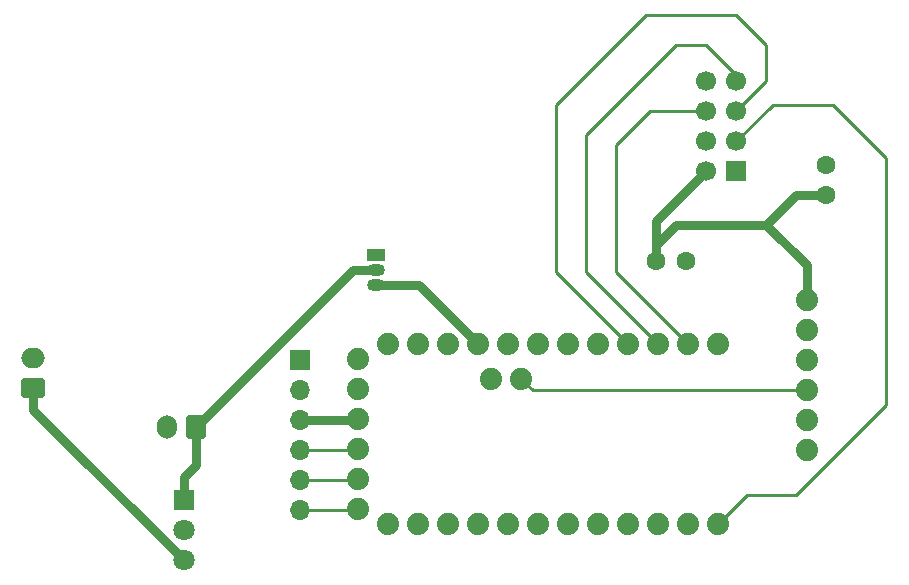
<source format=gtl>
G04 #@! TF.GenerationSoftware,KiCad,Pcbnew,(6.0.8-1)-1*
G04 #@! TF.CreationDate,2023-01-08T15:15:57+01:00*
G04 #@! TF.ProjectId,Xarxa_RF,58617278-615f-4524-962e-6b696361645f,rev?*
G04 #@! TF.SameCoordinates,Original*
G04 #@! TF.FileFunction,Copper,L1,Top*
G04 #@! TF.FilePolarity,Positive*
%FSLAX46Y46*%
G04 Gerber Fmt 4.6, Leading zero omitted, Abs format (unit mm)*
G04 Created by KiCad (PCBNEW (6.0.8-1)-1) date 2023-01-08 15:15:57*
%MOMM*%
%LPD*%
G01*
G04 APERTURE LIST*
G04 Aperture macros list*
%AMRoundRect*
0 Rectangle with rounded corners*
0 $1 Rounding radius*
0 $2 $3 $4 $5 $6 $7 $8 $9 X,Y pos of 4 corners*
0 Add a 4 corners polygon primitive as box body*
4,1,4,$2,$3,$4,$5,$6,$7,$8,$9,$2,$3,0*
0 Add four circle primitives for the rounded corners*
1,1,$1+$1,$2,$3*
1,1,$1+$1,$4,$5*
1,1,$1+$1,$6,$7*
1,1,$1+$1,$8,$9*
0 Add four rect primitives between the rounded corners*
20,1,$1+$1,$2,$3,$4,$5,0*
20,1,$1+$1,$4,$5,$6,$7,0*
20,1,$1+$1,$6,$7,$8,$9,0*
20,1,$1+$1,$8,$9,$2,$3,0*%
G04 Aperture macros list end*
G04 #@! TA.AperFunction,ComponentPad*
%ADD10C,1.879600*%
G04 #@! TD*
G04 #@! TA.AperFunction,ComponentPad*
%ADD11C,1.880000*%
G04 #@! TD*
G04 #@! TA.AperFunction,ComponentPad*
%ADD12RoundRect,0.250000X0.750000X-0.600000X0.750000X0.600000X-0.750000X0.600000X-0.750000X-0.600000X0*%
G04 #@! TD*
G04 #@! TA.AperFunction,ComponentPad*
%ADD13O,2.000000X1.700000*%
G04 #@! TD*
G04 #@! TA.AperFunction,ComponentPad*
%ADD14R,1.500000X1.050000*%
G04 #@! TD*
G04 #@! TA.AperFunction,ComponentPad*
%ADD15O,1.500000X1.050000*%
G04 #@! TD*
G04 #@! TA.AperFunction,ComponentPad*
%ADD16RoundRect,0.250000X0.600000X0.750000X-0.600000X0.750000X-0.600000X-0.750000X0.600000X-0.750000X0*%
G04 #@! TD*
G04 #@! TA.AperFunction,ComponentPad*
%ADD17O,1.700000X2.000000*%
G04 #@! TD*
G04 #@! TA.AperFunction,ComponentPad*
%ADD18R,1.700000X1.700000*%
G04 #@! TD*
G04 #@! TA.AperFunction,ComponentPad*
%ADD19O,1.700000X1.700000*%
G04 #@! TD*
G04 #@! TA.AperFunction,ComponentPad*
%ADD20C,1.600000*%
G04 #@! TD*
G04 #@! TA.AperFunction,ComponentPad*
%ADD21R,1.800000X1.800000*%
G04 #@! TD*
G04 #@! TA.AperFunction,ComponentPad*
%ADD22C,1.800000*%
G04 #@! TD*
G04 #@! TA.AperFunction,ComponentPad*
%ADD23C,1.700000*%
G04 #@! TD*
G04 #@! TA.AperFunction,Conductor*
%ADD24C,0.250000*%
G04 #@! TD*
G04 #@! TA.AperFunction,Conductor*
%ADD25C,0.800000*%
G04 #@! TD*
G04 APERTURE END LIST*
D10*
X191478383Y-79949254D03*
X191478383Y-77409254D03*
X191478383Y-74869254D03*
X201638383Y-65979254D03*
X191478383Y-69789254D03*
X191478383Y-67249254D03*
X205321383Y-68900254D03*
X202781383Y-68900254D03*
X194018383Y-65979254D03*
X196558383Y-65979254D03*
X199098383Y-65979254D03*
X191478383Y-72329254D03*
X204178383Y-65979254D03*
X206718383Y-65979254D03*
X209258383Y-65979254D03*
X211798383Y-65979254D03*
X214338383Y-65979254D03*
X216878383Y-65979254D03*
X219418383Y-65979254D03*
X221958383Y-65979254D03*
X221958383Y-81219254D03*
X219418383Y-81219254D03*
X216878383Y-81219254D03*
X214338383Y-81219254D03*
X211798383Y-81219254D03*
X209258383Y-81219254D03*
X206718383Y-81219254D03*
X204178383Y-81219254D03*
X201638383Y-81219254D03*
X199098383Y-81219254D03*
X196558383Y-81219254D03*
X194018383Y-81219254D03*
D11*
X229473563Y-62284871D03*
X229473563Y-64824871D03*
X229473563Y-67364871D03*
X229473563Y-69904871D03*
X229473563Y-72444871D03*
X229473563Y-74984871D03*
D12*
X164017585Y-69665143D03*
D13*
X164017585Y-67165143D03*
D14*
X193040000Y-58420000D03*
D15*
X193040000Y-59690000D03*
X193040000Y-60960000D03*
D16*
X177800000Y-72998615D03*
D17*
X175300000Y-72998615D03*
D18*
X186604613Y-67322340D03*
D19*
X186604613Y-69862340D03*
X186604613Y-72402340D03*
X186604613Y-74942340D03*
X186604613Y-77482340D03*
X186604613Y-80022340D03*
D20*
X216740956Y-58973650D03*
X219240956Y-58973650D03*
X231140000Y-53340000D03*
X231140000Y-50840000D03*
D21*
X176759537Y-79218612D03*
D22*
X176759537Y-84298612D03*
X176759537Y-81758612D03*
D18*
X223520000Y-51345000D03*
D23*
X220980000Y-51345000D03*
X223520000Y-48805000D03*
X220980000Y-48805000D03*
X223520000Y-46265000D03*
X220980000Y-46265000D03*
X223520000Y-43725000D03*
X220980000Y-43725000D03*
D24*
X216878383Y-65979254D02*
X210820000Y-59920871D01*
X210820000Y-48260000D02*
X218440000Y-40640000D01*
X218440000Y-40640000D02*
X220980000Y-40640000D01*
X220980000Y-40640000D02*
X223520000Y-43180000D01*
X210820000Y-59920871D02*
X210820000Y-48260000D01*
X214338383Y-65979254D02*
X208280000Y-59920871D01*
X208280000Y-59920871D02*
X208280000Y-45720000D01*
X208280000Y-45720000D02*
X215900000Y-38100000D01*
X215900000Y-38100000D02*
X223520000Y-38100000D01*
X223520000Y-38100000D02*
X226060000Y-40640000D01*
X226060000Y-40640000D02*
X226060000Y-43725000D01*
X226060000Y-43725000D02*
X223520000Y-46265000D01*
D25*
X177800000Y-72998615D02*
X191108615Y-59690000D01*
X191108615Y-59690000D02*
X193040000Y-59690000D01*
X176759537Y-77240463D02*
X177800000Y-76200000D01*
X176759537Y-79218612D02*
X176759537Y-77240463D01*
X177800000Y-76200000D02*
X177800000Y-72998615D01*
X229473563Y-62284871D02*
X229473563Y-59293563D01*
X229473563Y-59293563D02*
X226060000Y-55880000D01*
D24*
X219418383Y-65979254D02*
X213360000Y-59920871D01*
X213360000Y-59920871D02*
X213360000Y-49105000D01*
X213360000Y-49105000D02*
X216200000Y-46265000D01*
X216200000Y-46265000D02*
X220980000Y-46265000D01*
X223520000Y-48805000D02*
X226605000Y-45720000D01*
X236220000Y-71120000D02*
X228600000Y-78740000D01*
X226605000Y-45720000D02*
X231685000Y-45720000D01*
X231685000Y-45720000D02*
X236220000Y-50255000D01*
X236220000Y-50255000D02*
X236220000Y-71120000D01*
X228600000Y-78740000D02*
X224437637Y-78740000D01*
X224437637Y-78740000D02*
X221958383Y-81219254D01*
D25*
X228600000Y-53340000D02*
X226060000Y-55880000D01*
X231140000Y-53340000D02*
X228600000Y-53340000D01*
X216740956Y-58973650D02*
X216740956Y-57579044D01*
X216740956Y-57579044D02*
X216740956Y-55584044D01*
X226060000Y-55880000D02*
X218440000Y-55880000D01*
X218440000Y-55880000D02*
X216740956Y-57579044D01*
X216740956Y-55584044D02*
X220980000Y-51345000D01*
D24*
X229473563Y-69904871D02*
X206326000Y-69904871D01*
X206326000Y-69904871D02*
X205321383Y-68900254D01*
D25*
X193040000Y-60960000D02*
X196619129Y-60960000D01*
X196619129Y-60960000D02*
X201638383Y-65979254D01*
D24*
X186604613Y-80022340D02*
X190487660Y-80022340D01*
X190487660Y-80022340D02*
X190500000Y-80010000D01*
D25*
X176759537Y-84298612D02*
X164017585Y-71556660D01*
X164017585Y-71556660D02*
X164017585Y-69665143D01*
D24*
X186604613Y-77482340D02*
X190487660Y-77482340D01*
X190487660Y-77482340D02*
X190500000Y-77470000D01*
X186604613Y-74942340D02*
X186617273Y-74955000D01*
X186617273Y-74955000D02*
X190483524Y-74955000D01*
D25*
X186604613Y-72402340D02*
X186617273Y-72415000D01*
X186617273Y-72415000D02*
X190483524Y-72415000D01*
M02*

</source>
